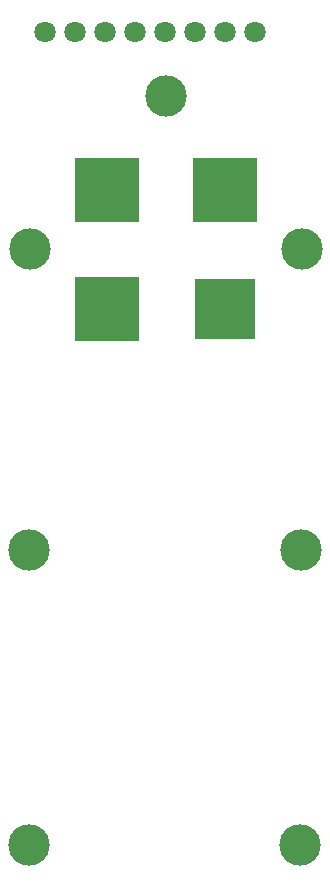
<source format=gbr>
G04 (created by PCBNEW (2013-may-18)-stable) date Пт 28 авг 2015 20:05:46*
%MOIN*%
G04 Gerber Fmt 3.4, Leading zero omitted, Abs format*
%FSLAX34Y34*%
G01*
G70*
G90*
G04 APERTURE LIST*
%ADD10C,0.00393701*%
%ADD11C,0.137795*%
%ADD12C,0.0708661*%
%ADD13R,0.204724X0.204724*%
%ADD14R,0.212598X0.212598*%
G04 APERTURE END LIST*
G54D10*
G54D11*
X6977Y-26821D03*
X16032Y-26821D03*
X6947Y-36648D03*
X16002Y-36648D03*
G54D12*
X14482Y-9535D03*
X13482Y-9535D03*
X12482Y-9535D03*
X11482Y-9535D03*
X10482Y-9535D03*
X9482Y-9535D03*
X8482Y-9535D03*
X7482Y-9535D03*
X7482Y-9535D03*
X8482Y-9535D03*
X9482Y-9535D03*
X10482Y-9535D03*
X11482Y-9535D03*
X12482Y-9535D03*
X13482Y-9535D03*
X14482Y-9535D03*
G54D13*
X13496Y-18758D03*
G54D14*
X9559Y-18758D03*
X13496Y-14821D03*
X9559Y-14821D03*
G54D11*
X16055Y-16790D03*
X7000Y-16790D03*
X11527Y-11672D03*
M02*

</source>
